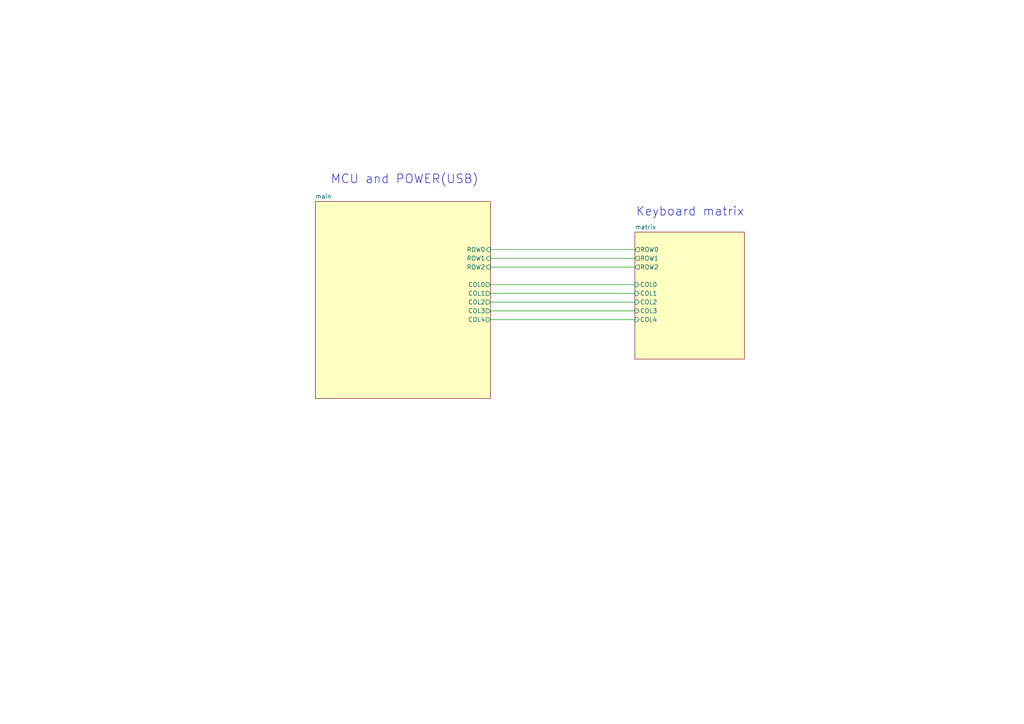
<source format=kicad_sch>
(kicad_sch
	(version 20231120)
	(generator "eeschema")
	(generator_version "8.0")
	(uuid "f8cbad95-1fac-4ee0-b4c1-fc27b4678331")
	(paper "A4")
	(title_block
		(title "Keyboard based on STM32L0xx")
		(date "2024-04-28")
		(rev "0.1")
		(company "https://github.com/Challmymind")
	)
	(lib_symbols)
	(wire
		(pts
			(xy 142.24 72.39) (xy 184.15 72.39)
		)
		(stroke
			(width 0)
			(type default)
		)
		(uuid "1b114a68-c9d8-4ecc-9af8-a3c84244e7e3")
	)
	(wire
		(pts
			(xy 142.24 87.63) (xy 184.15 87.63)
		)
		(stroke
			(width 0)
			(type default)
		)
		(uuid "6c004fe4-d653-4861-9169-11facef25197")
	)
	(wire
		(pts
			(xy 142.24 74.93) (xy 184.15 74.93)
		)
		(stroke
			(width 0)
			(type default)
		)
		(uuid "7e3c3776-ad16-42bc-b0ec-d7e9fa821448")
	)
	(wire
		(pts
			(xy 142.24 85.09) (xy 184.15 85.09)
		)
		(stroke
			(width 0)
			(type default)
		)
		(uuid "837eba34-9c44-42e7-9278-5752dfcfcac2")
	)
	(wire
		(pts
			(xy 142.24 77.47) (xy 184.15 77.47)
		)
		(stroke
			(width 0)
			(type default)
		)
		(uuid "990773be-bd7e-45d2-8a98-bef8be00667d")
	)
	(wire
		(pts
			(xy 142.24 90.17) (xy 184.15 90.17)
		)
		(stroke
			(width 0)
			(type default)
		)
		(uuid "a7cffa88-cc99-4c66-8f5e-83eaac5ea2a6")
	)
	(wire
		(pts
			(xy 142.24 82.55) (xy 184.15 82.55)
		)
		(stroke
			(width 0)
			(type default)
		)
		(uuid "d7e571cb-e26a-40bc-b818-030577003802")
	)
	(wire
		(pts
			(xy 142.24 92.71) (xy 184.15 92.71)
		)
		(stroke
			(width 0)
			(type default)
		)
		(uuid "ecf17861-ff66-447d-ba86-03de3f37c7de")
	)
	(text "MCU and POWER(USB)\n"
		(exclude_from_sim no)
		(at 117.348 52.07 0)
		(effects
			(font
				(size 2.54 2.54)
			)
		)
		(uuid "2ab12258-dbfe-4a63-a3a1-8fcf89011137")
	)
	(text "Keyboard matrix"
		(exclude_from_sim no)
		(at 200.152 61.468 0)
		(effects
			(font
				(size 2.54 2.54)
			)
		)
		(uuid "2da7982b-3d26-4b4b-9080-e26af8752dec")
	)
	(sheet
		(at 184.15 67.31)
		(size 31.75 36.83)
		(fields_autoplaced yes)
		(stroke
			(width 0.1524)
			(type solid)
		)
		(fill
			(color 255 255 194 1.0000)
		)
		(uuid "471ebd7f-24aa-4a86-aa3a-deafb21e0afc")
		(property "Sheetname" "matrix"
			(at 184.15 66.5984 0)
			(effects
				(font
					(size 1.27 1.27)
				)
				(justify left bottom)
			)
		)
		(property "Sheetfile" "matrix.kicad_sch"
			(at 184.15 104.7246 0)
			(effects
				(font
					(size 1.27 1.27)
				)
				(justify left top)
				(hide yes)
			)
		)
		(pin "COL4" input
			(at 184.15 92.71 180)
			(effects
				(font
					(size 1.27 1.27)
				)
				(justify left)
			)
			(uuid "0165d4a4-a5ea-44e7-a115-53d190502a96")
		)
		(pin "COL1" input
			(at 184.15 85.09 180)
			(effects
				(font
					(size 1.27 1.27)
				)
				(justify left)
			)
			(uuid "45dfc078-1dea-4bf3-b1b6-62aaebcede80")
		)
		(pin "ROW1" output
			(at 184.15 74.93 180)
			(effects
				(font
					(size 1.27 1.27)
				)
				(justify left)
			)
			(uuid "77cdec2e-26b1-4fc1-b8eb-18d5af35e6ec")
		)
		(pin "ROW0" output
			(at 184.15 72.39 180)
			(effects
				(font
					(size 1.27 1.27)
				)
				(justify left)
			)
			(uuid "ee1222ca-88ad-48bc-aecf-573a5798482f")
		)
		(pin "ROW2" output
			(at 184.15 77.47 180)
			(effects
				(font
					(size 1.27 1.27)
				)
				(justify left)
			)
			(uuid "2969b56c-5103-4520-b442-80a4ff8d1870")
		)
		(pin "COL0" input
			(at 184.15 82.55 180)
			(effects
				(font
					(size 1.27 1.27)
				)
				(justify left)
			)
			(uuid "c82496e7-36bb-40f4-8796-eb0b93d9174d")
		)
		(pin "COL2" input
			(at 184.15 87.63 180)
			(effects
				(font
					(size 1.27 1.27)
				)
				(justify left)
			)
			(uuid "03e6a0df-de88-4ac9-8df5-c493fc6fe545")
		)
		(pin "COL3" input
			(at 184.15 90.17 180)
			(effects
				(font
					(size 1.27 1.27)
				)
				(justify left)
			)
			(uuid "16cebe23-cbbd-421a-846e-4469baed86d1")
		)
		(instances
			(project "stm_skeyboard"
				(path "/f8cbad95-1fac-4ee0-b4c1-fc27b4678331"
					(page "3")
				)
			)
		)
	)
	(sheet
		(at 91.44 58.42)
		(size 50.8 57.15)
		(stroke
			(width 0.1524)
			(type solid)
		)
		(fill
			(color 255 255 194 1.0000)
		)
		(uuid "e572aac2-7f29-4ffb-8a77-de1db0d84645")
		(property "Sheetname" "main"
			(at 91.44 57.7084 0)
			(effects
				(font
					(size 1.27 1.27)
				)
				(justify left bottom)
			)
		)
		(property "Sheetfile" "mcu.kicad_sch"
			(at 91.44 80.5946 0)
			(effects
				(font
					(size 1.27 1.27)
				)
				(justify left top)
				(hide yes)
			)
		)
		(pin "ROW2" input
			(at 142.24 77.47 0)
			(effects
				(font
					(size 1.27 1.27)
				)
				(justify right)
			)
			(uuid "6c799b51-d96b-4a3d-925d-5f00814e9cfc")
		)
		(pin "COL2" output
			(at 142.24 87.63 0)
			(effects
				(font
					(size 1.27 1.27)
				)
				(justify right)
			)
			(uuid "22f53b93-1ad5-414e-afa6-2bce45fa953e")
		)
		(pin "COL0" output
			(at 142.24 82.55 0)
			(effects
				(font
					(size 1.27 1.27)
				)
				(justify right)
			)
			(uuid "1d87b0b2-5bed-4c59-b8bf-7a631f52b0fd")
		)
		(pin "COL1" output
			(at 142.24 85.09 0)
			(effects
				(font
					(size 1.27 1.27)
				)
				(justify right)
			)
			(uuid "69e185bf-a559-46b2-a580-ecca4526dfd1")
		)
		(pin "COL3" output
			(at 142.24 90.17 0)
			(effects
				(font
					(size 1.27 1.27)
				)
				(justify right)
			)
			(uuid "1854762e-c66c-4a9d-8f67-ebbe661ffb98")
		)
		(pin "COL4" output
			(at 142.24 92.71 0)
			(effects
				(font
					(size 1.27 1.27)
				)
				(justify right)
			)
			(uuid "7f4d9ef3-c790-4900-9ab5-f18595b4a3ad")
		)
		(pin "ROW0" input
			(at 142.24 72.39 0)
			(effects
				(font
					(size 1.27 1.27)
				)
				(justify right)
			)
			(uuid "ad60318e-512a-4f2c-9952-bf905158321f")
		)
		(pin "ROW1" input
			(at 142.24 74.93 0)
			(effects
				(font
					(size 1.27 1.27)
				)
				(justify right)
			)
			(uuid "195af442-7f30-43cd-be03-6022d48d5a1d")
		)
		(instances
			(project "stm_skeyboard"
				(path "/f8cbad95-1fac-4ee0-b4c1-fc27b4678331"
					(page "2")
				)
			)
		)
	)
	(sheet_instances
		(path "/"
			(page "1")
		)
	)
)
</source>
